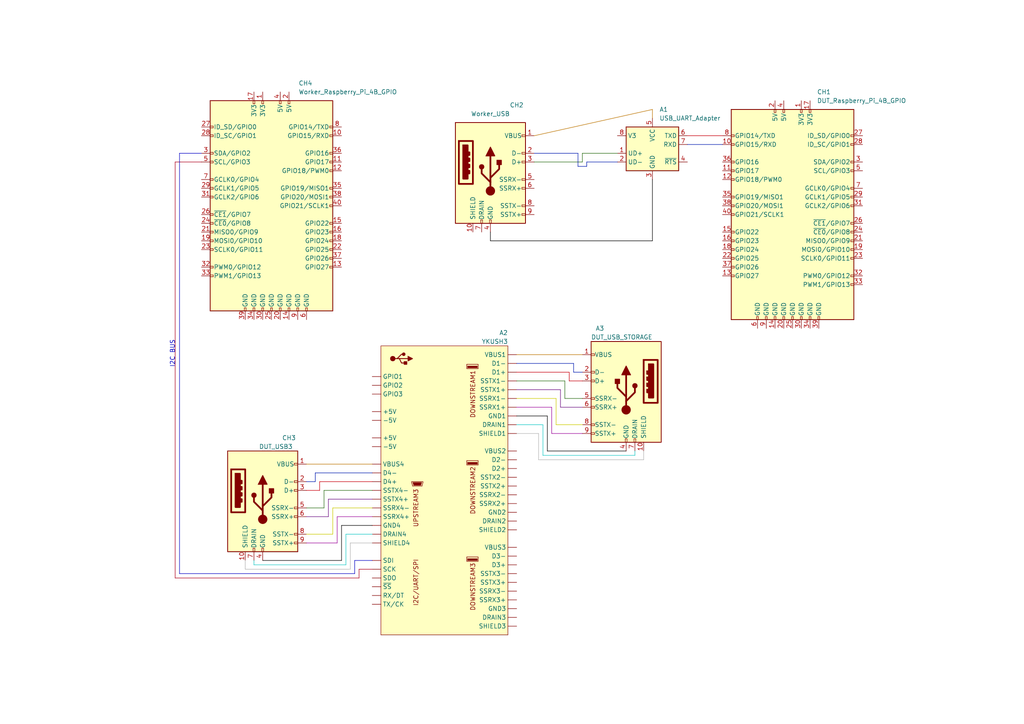
<source format=kicad_sch>
(kicad_sch (version 20211123) (generator eeschema)
  (paper "A4")
  (title_block (title "Raspberry Pi 4 DUT") (date "2022-05-11") (company "Huawei inc.") (comment 1 "SPDX-FileCopyrightText: 2022 Huawei Inc.") (comment 2 "SPDX-License-Identifier: Apache-2.0") (comment 4 "Devices: 2x Raspberry Pi 4B, YKUSH3, USB-UART adapter, USB Storage"))
  (lib_symbols
    (symbol "Connector:Raspberry_Pi_2_3" (pin_names (offset 1.016))
      (property "Reference" "J" (at -17.78 31.75 0))
      (property "Value" "Raspberry_Pi_2_3" (at 10.16 -31.75 0))
      (symbol "Raspberry_Pi_2_3_0_1"
        (rectangle (start -17.78 30.48) (end 17.78 -30.48) (stroke (width 0.254)) (fill (type background)))
      )
      (symbol "Raspberry_Pi_2_3_1_1"
        (rectangle (start -16.891 -17.526) (end -17.78 -18.034))
        (rectangle (start -16.891 -14.986) (end -17.78 -15.494))
        (rectangle (start -16.891 -12.446) (end -17.78 -12.954))
        (rectangle (start -16.891 -9.906) (end -17.78 -10.414))
        (rectangle (start -16.891 -7.366) (end -17.78 -7.874))
        (rectangle (start -16.891 -4.826) (end -17.78 -5.334))
        (rectangle (start -16.891 0.254) (end -17.78 -0.254))
        (rectangle (start -16.891 2.794) (end -17.78 2.286))
        (rectangle (start -16.891 5.334) (end -17.78 4.826))
        (rectangle (start -16.891 10.414) (end -17.78 9.906))
        (rectangle (start -16.891 12.954) (end -17.78 12.446))
        (rectangle (start -16.891 15.494) (end -17.78 14.986))
        (rectangle (start -16.891 20.574) (end -17.78 20.066))
        (rectangle (start -16.891 23.114) (end -17.78 22.606))
        (rectangle (start -10.414 -29.591) (end -9.906 -30.48))
        (rectangle (start -7.874 -29.591) (end -7.366 -30.48))
        (rectangle (start -5.334 -29.591) (end -4.826 -30.48))
        (rectangle (start -5.334 30.48) (end -4.826 29.591))
        (rectangle (start -2.794 -29.591) (end -2.286 -30.48))
        (rectangle (start -2.794 30.48) (end -2.286 29.591))
        (rectangle (start -0.254 -29.591) (end 0.254 -30.48))
        (rectangle (start 2.286 -29.591) (end 2.794 -30.48))
        (rectangle (start 2.286 30.48) (end 2.794 29.591))
        (rectangle (start 4.826 -29.591) (end 5.334 -30.48))
        (rectangle (start 4.826 30.48) (end 5.334 29.591))
        (rectangle (start 7.366 -29.591) (end 7.874 -30.48))
        (rectangle (start 17.78 -20.066) (end 16.891 -20.574))
        (rectangle (start 17.78 -17.526) (end 16.891 -18.034))
        (rectangle (start 17.78 -12.446) (end 16.891 -12.954))
        (rectangle (start 17.78 -9.906) (end 16.891 -10.414))
        (rectangle (start 17.78 -7.366) (end 16.891 -7.874))
        (rectangle (start 17.78 -4.826) (end 16.891 -5.334))
        (rectangle (start 17.78 -2.286) (end 16.891 -2.794))
        (rectangle (start 17.78 2.794) (end 16.891 2.286))
        (rectangle (start 17.78 5.334) (end 16.891 4.826))
        (rectangle (start 17.78 7.874) (end 16.891 7.366))
        (rectangle (start 17.78 12.954) (end 16.891 12.446))
        (rectangle (start 17.78 15.494) (end 16.891 14.986))
        (rectangle (start 17.78 20.574) (end 16.891 20.066))
        (rectangle (start 17.78 23.114) (end 16.891 22.606))
        (pin power_in line (at 2.54 33.02 270) (length 2.54) (name "3V3") (number "1"))
        (pin bidirectional line (at -20.32 20.32 0) (length 2.54) (name "GPIO15/RXD") (number "10"))
        (pin bidirectional line (at -20.32 12.7 0) (length 2.54) (name "GPIO17") (number "11"))
        (pin bidirectional line (at -20.32 10.16 0) (length 2.54) (name "GPIO18/PWM0") (number "12"))
        (pin bidirectional line (at -20.32 -17.78 0) (length 2.54) (name "GPIO27") (number "13"))
        (pin power_in line (at -5.08 -33.02 90) (length 2.54) (name "GND") (number "14"))
        (pin bidirectional line (at -20.32 -5.08 0) (length 2.54) (name "GPIO22") (number "15"))
        (pin bidirectional line (at -20.32 -7.62 0) (length 2.54) (name "GPIO23") (number "16"))
        (pin power_in line (at 5.08 33.02 270) (length 2.54) (name "3V3") (number "17"))
        (pin bidirectional line (at -20.32 -10.16 0) (length 2.54) (name "GPIO24") (number "18"))
        (pin bidirectional line (at 20.32 -10.16 180) (length 2.54) (name "MOSI0/GPIO10") (number "19"))
        (pin power_in line (at -5.08 33.02 270) (length 2.54) (name "5V") (number "2"))
        (pin power_in line (at -2.54 -33.02 90) (length 2.54) (name "GND") (number "20"))
        (pin bidirectional line (at 20.32 -7.62 180) (length 2.54) (name "MISO0/GPIO9") (number "21"))
        (pin bidirectional line (at -20.32 -12.7 0) (length 2.54) (name "GPIO25") (number "22"))
        (pin bidirectional line (at 20.32 -12.7 180) (length 2.54) (name "SCLK0/GPIO11") (number "23"))
        (pin bidirectional line (at 20.32 -5.08 180) (length 2.54) (name "~{CE0}/GPIO8") (number "24"))
        (pin power_in line (at 0 -33.02 90) (length 2.54) (name "GND") (number "25"))
        (pin bidirectional line (at 20.32 -2.54 180) (length 2.54) (name "~{CE1}/GPIO7") (number "26"))
        (pin bidirectional line (at 20.32 22.86 180) (length 2.54) (name "ID_SD/GPIO0") (number "27"))
        (pin bidirectional line (at 20.32 20.32 180) (length 2.54) (name "ID_SC/GPIO1") (number "28"))
        (pin bidirectional line (at 20.32 5.08 180) (length 2.54) (name "GCLK1/GPIO5") (number "29"))
        (pin bidirectional line (at 20.32 15.24 180) (length 2.54) (name "SDA/GPIO2") (number "3"))
        (pin power_in line (at 2.54 -33.02 90) (length 2.54) (name "GND") (number "30"))
        (pin bidirectional line (at 20.32 2.54 180) (length 2.54) (name "GCLK2/GPIO6") (number "31"))
        (pin bidirectional line (at 20.32 -17.78 180) (length 2.54) (name "PWM0/GPIO12") (number "32"))
        (pin bidirectional line (at 20.32 -20.32 180) (length 2.54) (name "PWM1/GPIO13") (number "33"))
        (pin power_in line (at 5.08 -33.02 90) (length 2.54) (name "GND") (number "34"))
        (pin bidirectional line (at -20.32 5.08 0) (length 2.54) (name "GPIO19/MISO1") (number "35"))
        (pin bidirectional line (at -20.32 15.24 0) (length 2.54) (name "GPIO16") (number "36"))
        (pin bidirectional line (at -20.32 -15.24 0) (length 2.54) (name "GPIO26") (number "37"))
        (pin bidirectional line (at -20.32 2.54 0) (length 2.54) (name "GPIO20/MOSI1") (number "38"))
        (pin power_in line (at 7.62 -33.02 90) (length 2.54) (name "GND") (number "39"))
        (pin power_in line (at -2.54 33.02 270) (length 2.54) (name "5V") (number "4"))
        (pin bidirectional line (at -20.32 0 0) (length 2.54) (name "GPIO21/SCLK1") (number "40"))
        (pin bidirectional line (at 20.32 12.7 180) (length 2.54) (name "SCL/GPIO3") (number "5"))
        (pin power_in line (at -10.16 -33.02 90) (length 2.54) (name "GND") (number "6"))
        (pin bidirectional line (at 20.32 7.62 180) (length 2.54) (name "GCLK0/GPIO4") (number "7"))
        (pin bidirectional line (at -20.32 22.86 0) (length 2.54) (name "GPIO14/TXD") (number "8"))
        (pin power_in line (at -7.62 -33.02 90) (length 2.54) (name "GND") (number "9"))
      )
    )
    (symbol "Connector:USB3_A" (pin_names (offset 1.016))
      (property "Reference" "J" (at -10.16 15.24 0))
      (property "Value" "USB3_A" (at 10.16 15.24 0))
      (symbol "USB3_A_0_0"
        (rectangle (start -9.144 8.636) (end -5.08 -3.81) (stroke (width 0.508)))
        (rectangle (start -7.874 7.366) (end -6.604 -2.286) (stroke (width 0.508)) (fill (type outline)))
        (rectangle (start -6.35 0) (end -6.096 -0.762) (stroke (width 0.508)))
        (rectangle (start -6.35 1.778) (end -6.096 1.016) (stroke (width 0.508)))
        (rectangle (start -6.35 3.556) (end -6.096 2.794) (stroke (width 0.508)))
        (rectangle (start -6.35 5.334) (end -6.096 4.572) (stroke (width 0.508)))
        (rectangle (start -2.794 -15.24) (end -2.286 -14.224))
        (rectangle (start -0.254 -15.24) (end 0.254 -14.224))
        (rectangle (start 10.16 -12.446) (end 9.144 -12.954))
        (rectangle (start 10.16 -9.906) (end 9.144 -10.414))
        (rectangle (start 10.16 -4.826) (end 9.144 -5.334))
        (rectangle (start 10.16 -2.286) (end 9.144 -2.794))
        (rectangle (start 10.16 2.794) (end 9.144 2.286))
        (rectangle (start 10.16 5.334) (end 9.144 4.826))
        (rectangle (start 10.16 10.414) (end 9.144 9.906))
      )
      (symbol "USB3_A_0_1"
        (rectangle (start -10.16 13.97) (end 10.16 -15.24) (stroke (width 0.254)) (fill (type background)))
      )
      (symbol "USB3_A_1_1"
        (circle (center -2.54 1.143) (radius 0.635) (stroke (width 0.254)) (fill (type outline)))
        (circle (center 0 -5.842) (radius 1.27) (fill (type outline)))
        (polyline (pts (xy 0 -5.842) (xy 0 4.318)) (stroke (width 0.508)))
        (polyline (pts (xy 0 -3.302) (xy -2.54 -0.762) (xy -2.54 0.508)) (stroke (width 0.508)))
        (polyline (pts (xy 0 -2.032) (xy 2.54 0.508) (xy 2.54 1.778)) (stroke (width 0.508)))
        (polyline (pts (xy -1.27 4.318) (xy 0 6.858) (xy 1.27 4.318) (xy -1.27 4.318)) (stroke (width 0.254)) (fill (type outline)))
        (rectangle (start 1.905 1.778) (end 3.175 3.048) (stroke (width 0.254)) (fill (type outline)))
        (pin power_in line (at 12.7 10.16 180) (length 2.54) (name "VBUS") (number "1"))
        (pin passive line (at -5.08 -17.78 90) (length 2.54) (name "SHIELD") (number "10"))
        (pin bidirectional line (at 12.7 5.08 180) (length 2.54) (name "D-") (number "2"))
        (pin bidirectional line (at 12.7 2.54 180) (length 2.54) (name "D+") (number "3"))
        (pin power_in line (at 0 -17.78 90) (length 2.54) (name "GND") (number "4"))
        (pin output line (at 12.7 -2.54 180) (length 2.54) (name "SSRX-") (number "5"))
        (pin output line (at 12.7 -5.08 180) (length 2.54) (name "SSRX+") (number "6"))
        (pin passive line (at -2.54 -17.78 90) (length 2.54) (name "DRAIN") (number "7"))
        (pin input line (at 12.7 -10.16 180) (length 2.54) (name "SSTX-") (number "8"))
        (pin input line (at 12.7 -12.7 180) (length 2.54) (name "SSTX+") (number "9"))
      )
    )
    (symbol "Interface_USB:CH330N"
      (property "Reference" "U" (at -7.62 6.35 0))
      (property "Value" "CH330N" (at 7.62 6.35 0))
      (symbol "CH330N_0_1"
        (rectangle (start -7.62 5.08) (end 7.62 -7.62) (stroke (width 0.254)) (fill (type background)))
      )
      (symbol "CH330N_1_1"
        (pin bidirectional line (at -10.16 -2.54 0) (length 2.54) (name "UD+") (number "1"))
        (pin bidirectional line (at -10.16 -5.08 0) (length 2.54) (name "UD-") (number "2"))
        (pin power_in line (at 0 -10.16 90) (length 2.54) (name "GND") (number "3"))
        (pin output line (at 10.16 -5.08 180) (length 2.54) (name "~{RTS}") (number "4"))
        (pin power_in line (at 0 7.62 270) (length 2.54) (name "VCC") (number "5"))
        (pin output line (at 10.16 2.54 180) (length 2.54) (name "TXD") (number "6"))
        (pin input line (at 10.16 0 180) (length 2.54) (name "RXD") (number "7"))
        (pin passive line (at -10.16 2.54 0) (length 2.54) (name "V3") (number "8"))
      )
    )
    (symbol "OSTC:YKUSH3"
      (property "Reference" "A" (at 16.51 45.72 0))
      (property "Value" "YKUSH3" (at 13.97 43.18 0))
      (symbol "YKUSH3_0_0"
        (text "DOWNSTREAM1" (at 7.62 27.94 900) (effects (font (size 1.27 1.27))))
        (text "DOWNSTREAM2" (at 7.62 0 900) (effects (font (size 1.27 1.27))))
        (text "DOWNSTREAM3" (at 7.62 -27.94 900) (effects (font (size 1.27 1.27))))
        (text "I2C/UART/SPI" (at -8.89 -26.67 900) (effects (font (size 1.27 1.27))))
        (text "UPSTREAM3" (at -8.89 -5.08 900) (effects (font (size 1.27 1.27))))
      )
      (symbol "YKUSH3_0_1"
        (rectangle (start -19.05 41.91) (end 17.78 -41.91) (fill (type background)))
        (circle (center -15.621 38.227) (radius 0.635) (stroke (width 0.254)) (fill (type outline)))
        (circle (center -12.446 39.497) (radius 0.381) (stroke (width 0.254)) (fill (type outline)))
        (rectangle (start -11.557 37.338) (end -12.319 36.576) (stroke (width 0.254)) (fill (type outline)))
        (polyline (pts (xy -13.716 38.227) (xy -11.176 38.227)) (stroke (width 0.254)))
        (polyline (pts (xy -14.986 38.227) (xy -14.351 38.227) (xy -13.081 39.497) (xy -12.446 39.497)) (stroke (width 0.254)))
        (polyline (pts (xy -14.351 38.227) (xy -13.716 38.227) (xy -13.081 36.957) (xy -11.811 36.957)) (stroke (width 0.254)))
        (polyline (pts (xy -11.176 38.862) (xy -11.176 37.592) (xy -9.906 38.227) (xy -11.176 38.862)) (stroke (width 0.254)) (fill (type outline)))
        (polyline (pts (xy -9.779 2.286) (xy -7.239 2.286) (xy -7.493 1.524) (xy -9.525 1.524) (xy -9.779 2.286)) (fill (type outline)))
        (polyline (pts (xy -10.16 2.54) (xy -10.16 2.286) (xy -9.906 1.524) (xy -9.906 1.27) (xy -7.112 1.27) (xy -7.112 1.524) (xy -6.858 2.286) (xy -6.858 2.54) (xy -10.16 2.54)))
        (rectangle (start 8.89 -20.32) (end 6.096 -19.812) (fill (type outline)))
        (rectangle (start 8.89 7.62) (end 6.096 8.128) (fill (type outline)))
        (rectangle (start 8.89 35.56) (end 6.096 36.068) (fill (type outline)))
        (rectangle (start 9.144 -20.574) (end 5.842 -19.304))
        (rectangle (start 9.144 7.366) (end 5.842 8.636))
        (rectangle (start 9.144 35.306) (end 5.842 36.576))
      )
      (symbol "YKUSH3_1_1"
        (pin power_in line (at -21.59 15.24 0) (length 2.54) (name "+5V") (number ""))
        (pin power_out line (at -21.59 22.86 0) (length 2.54) (name "+5V") (number ""))
        (pin power_in line (at -21.59 12.7 0) (length 2.54) (name "-5V") (number ""))
        (pin power_out line (at -21.59 20.32 0) (length 2.54) (name "-5V") (number ""))
        (pin bidirectional line (at 20.32 34.29 180) (length 2.54) (name "D1+") (number ""))
        (pin bidirectional line (at 20.32 36.83 180) (length 2.54) (name "D1-") (number ""))
        (pin bidirectional line (at 20.32 6.35 180) (length 2.54) (name "D2+") (number ""))
        (pin bidirectional line (at 20.32 8.89 180) (length 2.54) (name "D2-") (number ""))
        (pin bidirectional line (at 20.32 -21.59 180) (length 2.54) (name "D3+") (number ""))
        (pin bidirectional line (at 20.32 -19.05 180) (length 2.54) (name "D3-") (number ""))
        (pin bidirectional line (at -21.59 2.54 0) (length 2.54) (name "D4+") (number ""))
        (pin bidirectional line (at -21.59 5.08 0) (length 2.54) (name "D4-") (number ""))
        (pin passive line (at 20.32 19.05 180) (length 2.54) (name "DRAIN1") (number ""))
        (pin passive line (at 20.32 -8.89 180) (length 2.54) (name "DRAIN2") (number ""))
        (pin passive line (at 20.32 -36.83 180) (length 2.54) (name "DRAIN3") (number ""))
        (pin passive line (at -21.59 -12.7 0) (length 2.54) (name "DRAIN4") (number ""))
        (pin power_out line (at 20.32 21.59 180) (length 2.54) (name "GND1") (number ""))
        (pin power_out line (at 20.32 -6.35 180) (length 2.54) (name "GND2") (number ""))
        (pin power_out line (at 20.32 -34.29 180) (length 2.54) (name "GND3") (number ""))
        (pin power_in line (at -21.59 -10.16 0) (length 2.54) (name "GND4") (number ""))
        (pin bidirectional line (at -21.59 33.02 0) (length 2.54) (name "GPIO1") (number ""))
        (pin bidirectional line (at -21.59 30.48 0) (length 2.54) (name "GPIO2") (number ""))
        (pin bidirectional line (at -21.59 27.94 0) (length 2.54) (name "GPIO3") (number ""))
        (pin bidirectional line (at -21.59 -30.48 0) (length 2.54) (name "RX/DT") (number ""))
        (pin bidirectional line (at -21.59 -22.86 0) (length 2.54) (name "SCK") (number ""))
        (pin bidirectional line (at -21.59 -20.32 0) (length 2.54) (name "SDI") (number ""))
        (pin bidirectional line (at -21.59 -25.4 0) (length 2.54) (name "SDO") (number ""))
        (pin passive line (at 20.32 16.51 180) (length 2.54) (name "SHIELD1") (number ""))
        (pin passive line (at 20.32 -11.43 180) (length 2.54) (name "SHIELD2") (number ""))
        (pin passive line (at 20.32 -39.37 180) (length 2.54) (name "SHIELD3") (number ""))
        (pin passive line (at -21.59 -15.24 0) (length 2.54) (name "SHIELD4") (number ""))
        (pin input line (at 20.32 24.13 180) (length 2.54) (name "SSRX1+") (number ""))
        (pin input line (at 20.32 26.67 180) (length 2.54) (name "SSRX1-") (number ""))
        (pin input line (at 20.32 -3.81 180) (length 2.54) (name "SSRX2+") (number ""))
        (pin input line (at 20.32 -1.27 180) (length 2.54) (name "SSRX2-") (number ""))
        (pin input line (at 20.32 -31.75 180) (length 2.54) (name "SSRX3+") (number ""))
        (pin input line (at 20.32 -29.21 180) (length 2.54) (name "SSRX3-") (number ""))
        (pin input line (at -21.59 -7.62 0) (length 2.54) (name "SSRX4+") (number ""))
        (pin input line (at -21.59 -5.08 0) (length 2.54) (name "SSRX4-") (number ""))
        (pin output line (at 20.32 29.21 180) (length 2.54) (name "SSTX1+") (number ""))
        (pin output line (at 20.32 31.75 180) (length 2.54) (name "SSTX1-") (number ""))
        (pin output line (at 20.32 1.27 180) (length 2.54) (name "SSTX2+") (number ""))
        (pin output line (at 20.32 3.81 180) (length 2.54) (name "SSTX2-") (number ""))
        (pin output line (at 20.32 -26.67 180) (length 2.54) (name "SSTX3+") (number ""))
        (pin output line (at 20.32 -24.13 180) (length 2.54) (name "SSTX3-") (number ""))
        (pin output line (at -21.59 -2.54 0) (length 2.54) (name "SSTX4+") (number ""))
        (pin output line (at -21.59 0 0) (length 2.54) (name "SSTX4-") (number ""))
        (pin bidirectional line (at -21.59 -33.02 0) (length 2.54) (name "TX/CK") (number ""))
        (pin power_out line (at 20.32 39.37 180) (length 2.54) (name "VBUS1") (number ""))
        (pin power_out line (at 20.32 11.43 180) (length 2.54) (name "VBUS2") (number ""))
        (pin power_out line (at 20.32 -16.51 180) (length 2.54) (name "VBUS3") (number ""))
        (pin power_in line (at -21.59 7.62 0) (length 2.54) (name "VBUS4") (number ""))
        (pin bidirectional line (at -21.59 -27.94 0) (length 2.54) (name "~{SS}") (number ""))
      )
    )
  )
  (wire (pts (xy 95.25 144.78) (xy 95.25 149.86)) (stroke (width 0) (color 104 10 128 1)))
  (wire (pts (xy 107.95 165.1) (xy 104.14 165.1)) (stroke (width 0) (color 173 0 29 1)))
  (wire (pts (xy 104.14 165.1) (xy 104.14 167.64)) (stroke (width 0) (color 173 0 29 1)))
  (wire (pts (xy 186.69 133.35) (xy 186.69 130.81)) (stroke (width 0) (color 180 180 180 1)))
  (wire (pts (xy 107.95 142.24) (xy 93.98 142.24)) (stroke (width 0) (color 44 109 23 1)))
  (wire (pts (xy 166.37 105.41) (xy 166.37 107.95)) (stroke (width 0) (color 0 26 175 1)))
  (wire (pts (xy 149.86 125.73) (xy 156.21 125.73)) (stroke (width 0) (color 180 180 180 1)))
  (wire (pts (xy 52.07 44.45) (xy 58.42 44.45)) (stroke (width 0) (color 5 3 196 1)))
  (wire (pts (xy 149.86 113.03) (xy 162.56 113.03)) (stroke (width 0) (color 104 10 128 1)))
  (wire (pts (xy 149.86 102.87) (xy 168.91 102.87)) (stroke (width 0) (color 189 118 4 1)))
  (wire (pts (xy 88.9 157.48) (xy 97.79 157.48)) (stroke (width 0) (color 156 7 155 1)))
  (wire (pts (xy 71.12 165.1) (xy 71.12 162.56)) (stroke (width 0) (color 180 180 180 1)))
  (wire (pts (xy 91.44 139.7) (xy 88.9 139.7)) (stroke (width 0) (color 0 26 175 1)))
  (wire (pts (xy 52.07 166.37) (xy 102.87 166.37)) (stroke (width 0) (color 5 3 196 1)))
  (wire (pts (xy 163.83 115.57) (xy 168.91 115.57)) (stroke (width 0) (color 44 109 23 1)))
  (wire (pts (xy 149.86 123.19) (xy 157.48 123.19)) (stroke (width 0) (color 23 200 197 1)))
  (wire (pts (xy 162.56 118.11) (xy 168.91 118.11)) (stroke (width 0) (color 104 10 128 1)))
  (wire (pts (xy 184.15 132.08) (xy 184.15 130.81)) (stroke (width 0) (color 23 200 197 1)))
  (wire (pts (xy 160.02 125.73) (xy 160.02 118.11)) (stroke (width 0) (color 156 7 155 1)))
  (wire (pts (xy 102.87 162.56) (xy 107.95 162.56)) (stroke (width 0) (color 5 3 196 1)))
  (wire (pts (xy 189.23 34.29) (xy 189.23 31.75)) (stroke (width 0) (color 189 118 4 1)))
  (wire (pts (xy 168.91 44.45) (xy 179.07 44.45)) (stroke (width 0) (color 44 109 23 1)))
  (wire (pts (xy 101.6 157.48) (xy 101.6 165.1)) (stroke (width 0) (color 180 180 180 1)))
  (wire (pts (xy 102.87 166.37) (xy 102.87 162.56)) (stroke (width 0) (color 5 3 196 1)))
  (wire (pts (xy 101.6 165.1) (xy 71.12 165.1)) (stroke (width 0) (color 180 180 180 1)))
  (wire (pts (xy 156.21 133.35) (xy 186.69 133.35)) (stroke (width 0) (color 180 180 180 1)))
  (wire (pts (xy 149.86 110.49) (xy 163.83 110.49)) (stroke (width 0) (color 44 109 23 1)))
  (wire (pts (xy 100.33 154.94) (xy 100.33 163.83)) (stroke (width 0) (color 23 200 197 1)))
  (wire (pts (xy 97.79 149.86) (xy 107.95 149.86)) (stroke (width 0) (color 156 7 155 1)))
  (wire (pts (xy 142.24 67.31) (xy 142.24 69.85)) (stroke (width 0) (color 0 0 0 1)))
  (wire (pts (xy 170.18 46.99) (xy 170.18 48.26)) (stroke (width 0) (color 0 26 175 1)))
  (wire (pts (xy 104.14 167.64) (xy 50.8 167.64)) (stroke (width 0) (color 173 0 29 1)))
  (wire (pts (xy 154.94 39.37) (xy 189.23 31.75)) (stroke (width 0) (color 189 118 4 1)))
  (wire (pts (xy 91.44 137.16) (xy 91.44 139.7)) (stroke (width 0) (color 0 26 175 1)))
  (wire (pts (xy 162.56 113.03) (xy 162.56 118.11)) (stroke (width 0) (color 104 10 128 1)))
  (wire (pts (xy 107.95 157.48) (xy 101.6 157.48)) (stroke (width 0) (color 180 180 180 1)))
  (wire (pts (xy 166.37 107.95) (xy 168.91 107.95)) (stroke (width 0) (color 0 26 175 1)))
  (wire (pts (xy 170.18 48.26) (xy 167.64 48.26)) (stroke (width 0) (color 0 26 175 1)))
  (wire (pts (xy 165.1 107.95) (xy 165.1 110.49)) (stroke (width 0) (color 200 0 13 1)))
  (wire (pts (xy 158.75 130.81) (xy 181.61 130.81)) (stroke (width 0) (color 0 0 0 1)))
  (wire (pts (xy 160.02 118.11) (xy 149.86 118.11)) (stroke (width 0) (color 156 7 155 1)))
  (wire (pts (xy 99.06 152.4) (xy 99.06 162.56)) (stroke (width 0) (color 0 0 0 1)))
  (wire (pts (xy 149.86 120.65) (xy 158.75 120.65)) (stroke (width 0) (color 0 0 0 1)))
  (wire (pts (xy 165.1 110.49) (xy 168.91 110.49)) (stroke (width 0) (color 200 0 13 1)))
  (wire (pts (xy 156.21 125.73) (xy 156.21 133.35)) (stroke (width 0) (color 180 180 180 1)))
  (wire (pts (xy 92.71 142.24) (xy 88.9 142.24)) (stroke (width 0) (color 200 0 13 1)))
  (wire (pts (xy 100.33 163.83) (xy 73.66 163.83)) (stroke (width 0) (color 23 200 197 1)))
  (wire (pts (xy 199.39 39.37) (xy 209.55 39.37)) (stroke (width 0) (color 200 0 13 1)))
  (wire (pts (xy 107.95 154.94) (xy 100.33 154.94)) (stroke (width 0) (color 23 200 197 1)))
  (wire (pts (xy 149.86 107.95) (xy 165.1 107.95)) (stroke (width 0) (color 200 0 13 1)))
  (wire (pts (xy 96.52 147.32) (xy 96.52 154.94)) (stroke (width 0) (color 203 203 3 1)))
  (wire (pts (xy 157.48 132.08) (xy 184.15 132.08)) (stroke (width 0) (color 23 200 197 1)))
  (wire (pts (xy 96.52 154.94) (xy 88.9 154.94)) (stroke (width 0) (color 203 203 3 1)))
  (wire (pts (xy 50.8 46.99) (xy 58.42 46.99)) (stroke (width 0) (color 173 0 29 1)))
  (wire (pts (xy 99.06 162.56) (xy 76.2 162.56)) (stroke (width 0) (color 0 0 0 1)))
  (wire (pts (xy 107.95 134.62) (xy 88.9 134.62)) (stroke (width 0) (color 189 118 4 1)))
  (wire (pts (xy 161.29 123.19) (xy 168.91 123.19)) (stroke (width 0) (color 203 203 3 1)))
  (wire (pts (xy 107.95 139.7) (xy 92.71 139.7)) (stroke (width 0) (color 200 0 13 1)))
  (wire (pts (xy 149.86 105.41) (xy 166.37 105.41)) (stroke (width 0) (color 0 26 175 1)))
  (wire (pts (xy 158.75 120.65) (xy 158.75 130.81)) (stroke (width 0) (color 0 0 0 1)))
  (wire (pts (xy 107.95 144.78) (xy 95.25 144.78)) (stroke (width 0) (color 104 10 128 1)))
  (wire (pts (xy 50.8 167.64) (xy 50.8 46.99)) (stroke (width 0) (color 173 0 29 1)))
  (wire (pts (xy 179.07 46.99) (xy 170.18 46.99)) (stroke (width 0) (color 0 26 175 1)))
  (wire (pts (xy 167.64 44.45) (xy 154.94 44.45)) (stroke (width 0) (color 0 26 175 1)))
  (wire (pts (xy 107.95 152.4) (xy 99.06 152.4)) (stroke (width 0) (color 0 0 0 1)))
  (wire (pts (xy 189.23 52.07) (xy 189.23 69.85)) (stroke (width 0) (color 0 0 0 1)))
  (wire (pts (xy 168.91 46.99) (xy 168.91 44.45)) (stroke (width 0) (color 44 109 23 1)))
  (wire (pts (xy 168.91 125.73) (xy 160.02 125.73)) (stroke (width 0) (color 156 7 155 1)))
  (wire (pts (xy 167.64 48.26) (xy 167.64 44.45)) (stroke (width 0) (color 0 26 175 1)))
  (wire (pts (xy 161.29 115.57) (xy 161.29 123.19)) (stroke (width 0) (color 203 203 3 1)))
  (wire (pts (xy 157.48 123.19) (xy 157.48 132.08)) (stroke (width 0) (color 23 200 197 1)))
  (wire (pts (xy 149.86 115.57) (xy 161.29 115.57)) (stroke (width 0) (color 203 203 3 1)))
  (wire (pts (xy 199.39 41.91) (xy 209.55 41.91)) (stroke (width 0) (color 0 26 175 1)))
  (wire (pts (xy 163.83 110.49) (xy 163.83 115.57)) (stroke (width 0) (color 44 109 23 1)))
  (wire (pts (xy 93.98 147.32) (xy 88.9 147.32)) (stroke (width 0) (color 44 109 23 1)))
  (wire (pts (xy 154.94 46.99) (xy 168.91 46.99)) (stroke (width 0) (color 44 109 23 1)))
  (wire (pts (xy 73.66 163.83) (xy 73.66 162.56)) (stroke (width 0) (color 23 200 197 1)))
  (wire (pts (xy 107.95 137.16) (xy 91.44 137.16)) (stroke (width 0) (color 0 26 175 1)))
  (wire (pts (xy 92.71 139.7) (xy 92.71 142.24)) (stroke (width 0) (color 200 0 13 1)))
  (wire (pts (xy 107.95 147.32) (xy 96.52 147.32)) (stroke (width 0) (color 203 203 3 1)))
  (wire (pts (xy 93.98 142.24) (xy 93.98 147.32)) (stroke (width 0) (color 44 109 23 1)))
  (wire (pts (xy 52.07 44.45) (xy 52.07 166.37)) (stroke (width 0) (color 5 3 196 1)))
  (wire (pts (xy 97.79 157.48) (xy 97.79 149.86)) (stroke (width 0) (color 156 7 155 1)))
  (wire (pts (xy 95.25 149.86) (xy 88.9 149.86)) (stroke (width 0) (color 104 10 128 1)))
  (wire (pts (xy 142.24 69.85) (xy 189.23 69.85)) (stroke (width 0) (color 0 0 0 1)))
  (text "I2C BUS" (at 50.8 106.68 90) (effects (font (size 1.27 1.27)) (justify left bottom)))
  (symbol (lib_id "OSTC:YKUSH3") (at 129.54 142.24 0) (unit 1)
    (property "Reference" "A2" (at 146.05 96.52 0))
    (property "Value" "YKUSH3" (at 143.51 99.06 0))
    (property "Datasheet" "https://www.yepkit.com/uploads/documents/9f39a_ykush3-datasheet.pdf" (effects hide))
  )
  (symbol (lib_id "Connector:USB3_A") (at 76.2 144.78 0) (unit 1)
    (property "Reference" "CH3" (at 83.82 127 0))
    (property "Value" "DUT_USB3" (at 80.01 129.54 0))
  )
  (symbol (lib_id "Connector:Raspberry_Pi_2_3") (at 229.87 62.23 0) (unit 1)
    (property "Reference" "CH1" (at 236.9694 26.67 0) (effects (justify left)))
    (property "Value" "DUT_Raspberry_Pi_4B_GPIO" (at 236.9694 29.21 0) (effects (justify left)))
    (property "Datasheet" "https://www.raspberrypi.org/documentation/hardware/raspberrypi/schematics/rpi_SCH_3bplus_1p0_reduced.pdf" (effects hide))
  )
  (symbol (lib_id "Interface_USB:CH330N") (at 189.23 41.91 0) (unit 1)
    (property "Reference" "A1" (at 191.2494 31.75 0) (effects (justify left)))
    (property "Value" "USB_UART_Adapter" (at 191.2494 34.29 0) (effects (justify left)))
    (property "Footprint" "Package_SO:SOIC-8_3.9x4.9mm_P1.27mm" (effects hide))
    (property "Datasheet" "http://www.wch.cn/downloads/file/240.html" (effects hide))
  )
  (symbol (lib_id "Connector:Raspberry_Pi_2_3") (at 78.74 59.69 0) (mirror y) (unit 1)
    (property "Reference" "CH4" (at 86.5887 24.13 0) (effects (justify right)))
    (property "Value" "Worker_Raspberry_Pi_4B_GPIO" (at 86.5887 26.67 0) (effects (justify right)))
    (property "Datasheet" "https://www.raspberrypi.org/documentation/hardware/raspberrypi/schematics/rpi_SCH_3bplus_1p0_reduced.pdf" (effects hide))
  )
  (symbol (lib_id "Connector:USB3_A") (at 142.24 49.53 0) (unit 1)
    (property "Reference" "CH2" (at 149.86 30.48 0))
    (property "Value" "Worker_USB" (at 142.24 33.02 0))
  )
  (symbol (lib_id "Connector:USB3_A") (at 181.61 113.03 0) (mirror y) (unit 1)
    (property "Reference" "A3" (at 173.99 95.25 0))
    (property "Value" "DUT_USB_STORAGE" (at 180.34 97.79 0))
  )
)
</source>
